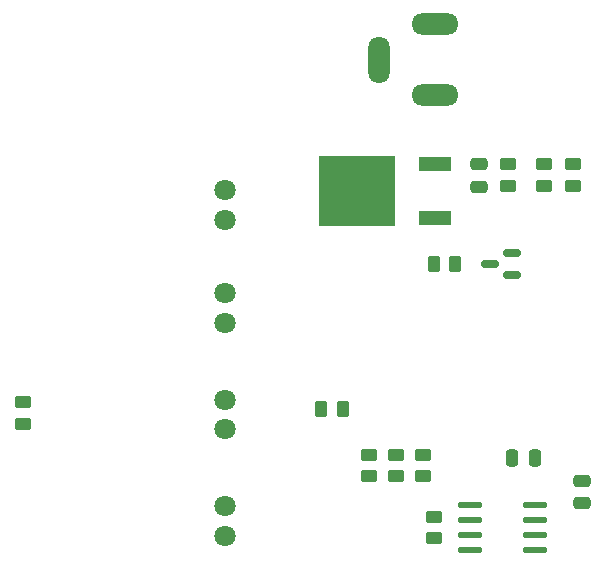
<source format=gbr>
%TF.GenerationSoftware,KiCad,Pcbnew,(6.0.8)*%
%TF.CreationDate,2022-12-08T15:17:31+02:00*%
%TF.ProjectId,Temperature Controller,54656d70-6572-4617-9475-726520436f6e,rev?*%
%TF.SameCoordinates,Original*%
%TF.FileFunction,Paste,Top*%
%TF.FilePolarity,Positive*%
%FSLAX46Y46*%
G04 Gerber Fmt 4.6, Leading zero omitted, Abs format (unit mm)*
G04 Created by KiCad (PCBNEW (6.0.8)) date 2022-12-08 15:17:31*
%MOMM*%
%LPD*%
G01*
G04 APERTURE LIST*
G04 Aperture macros list*
%AMRoundRect*
0 Rectangle with rounded corners*
0 $1 Rounding radius*
0 $2 $3 $4 $5 $6 $7 $8 $9 X,Y pos of 4 corners*
0 Add a 4 corners polygon primitive as box body*
4,1,4,$2,$3,$4,$5,$6,$7,$8,$9,$2,$3,0*
0 Add four circle primitives for the rounded corners*
1,1,$1+$1,$2,$3*
1,1,$1+$1,$4,$5*
1,1,$1+$1,$6,$7*
1,1,$1+$1,$8,$9*
0 Add four rect primitives between the rounded corners*
20,1,$1+$1,$2,$3,$4,$5,0*
20,1,$1+$1,$4,$5,$6,$7,0*
20,1,$1+$1,$6,$7,$8,$9,0*
20,1,$1+$1,$8,$9,$2,$3,0*%
G04 Aperture macros list end*
%ADD10RoundRect,0.250000X-0.450000X0.262500X-0.450000X-0.262500X0.450000X-0.262500X0.450000X0.262500X0*%
%ADD11O,4.000000X1.800000*%
%ADD12O,1.800000X4.000000*%
%ADD13R,2.800000X1.300000*%
%ADD14R,6.500000X6.000000*%
%ADD15RoundRect,0.250000X-0.262500X-0.450000X0.262500X-0.450000X0.262500X0.450000X-0.262500X0.450000X0*%
%ADD16O,2.045000X0.588000*%
%ADD17RoundRect,0.150000X0.587500X0.150000X-0.587500X0.150000X-0.587500X-0.150000X0.587500X-0.150000X0*%
%ADD18RoundRect,0.250000X0.475000X-0.250000X0.475000X0.250000X-0.475000X0.250000X-0.475000X-0.250000X0*%
%ADD19RoundRect,0.250000X0.450000X-0.262500X0.450000X0.262500X-0.450000X0.262500X-0.450000X-0.262500X0*%
%ADD20C,1.800000*%
%ADD21RoundRect,0.250000X-0.475000X0.250000X-0.475000X-0.250000X0.475000X-0.250000X0.475000X0.250000X0*%
%ADD22RoundRect,0.250000X0.262500X0.450000X-0.262500X0.450000X-0.262500X-0.450000X0.262500X-0.450000X0*%
%ADD23RoundRect,0.250000X0.250000X0.475000X-0.250000X0.475000X-0.250000X-0.475000X0.250000X-0.475000X0*%
G04 APERTURE END LIST*
D10*
%TO.C,R1*%
X140750000Y-94587500D03*
X140750000Y-96412500D03*
%TD*%
D11*
%TO.C,J5*%
X146266000Y-64134000D03*
X146266000Y-58134000D03*
D12*
X141562000Y-61134000D03*
%TD*%
D13*
%TO.C,Q2*%
X146277123Y-74521124D03*
D14*
X139693123Y-72248124D03*
D13*
X146277123Y-69975124D03*
%TD*%
D15*
%TO.C,R10*%
X146175000Y-78425278D03*
X148000000Y-78425278D03*
%TD*%
D16*
%TO.C,U1*%
X149228000Y-98845000D03*
X149228000Y-100115000D03*
X149228000Y-101385000D03*
X149228000Y-102655000D03*
X154772000Y-102655000D03*
X154772000Y-101385000D03*
X154772000Y-100115000D03*
X154772000Y-98845000D03*
%TD*%
D17*
%TO.C,Q1*%
X152852302Y-79370142D03*
X152852302Y-77470142D03*
X150977302Y-78420142D03*
%TD*%
D10*
%TO.C,R7*%
X152500000Y-70000000D03*
X152500000Y-71825000D03*
%TD*%
D18*
%TO.C,C2*%
X158750000Y-98700000D03*
X158750000Y-96800000D03*
%TD*%
D19*
%TO.C,R3*%
X145250000Y-96412500D03*
X145250000Y-94587500D03*
%TD*%
D20*
%TO.C,J4*%
X128556999Y-72179000D03*
X128556999Y-74681000D03*
%TD*%
D19*
%TO.C,R6*%
X111389668Y-91955995D03*
X111389668Y-90130995D03*
%TD*%
D21*
%TO.C,C3*%
X150000000Y-69982500D03*
X150000000Y-71882500D03*
%TD*%
D10*
%TO.C,R8*%
X155500000Y-70000000D03*
X155500000Y-71825000D03*
%TD*%
%TO.C,R2*%
X143000000Y-94587500D03*
X143000000Y-96412500D03*
%TD*%
%TO.C,R5*%
X146175037Y-99837500D03*
X146175037Y-101662500D03*
%TD*%
D19*
%TO.C,R9*%
X158000000Y-71825000D03*
X158000000Y-70000000D03*
%TD*%
D20*
%TO.C,J3*%
X128547000Y-80929000D03*
X128547000Y-83431000D03*
%TD*%
%TO.C,J1*%
X128547000Y-98929000D03*
X128547000Y-101431000D03*
%TD*%
D22*
%TO.C,R4*%
X138500000Y-90752828D03*
X136675000Y-90752828D03*
%TD*%
D23*
%TO.C,C1*%
X154752991Y-94888549D03*
X152852991Y-94888549D03*
%TD*%
D20*
%TO.C,J2*%
X128556999Y-89929000D03*
X128556999Y-92431000D03*
%TD*%
M02*

</source>
